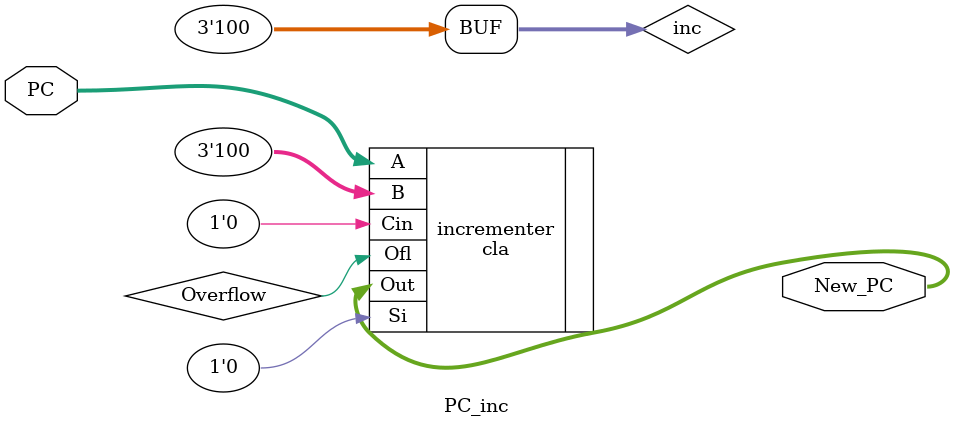
<source format=v>

module PC_inc(PC, New_PC);

// Declare inputs and outputs
	input [15:0] PC;
	output [15:0] New_PC;
	
	
// Declare wires
	wire Overflow;
	wire [2:0] inc;
	
	
// Instantiate required logic
	assign inc = 3'b100;
	
	cla incrementer(.A(PC), .B(inc), .Cin(1'b0), .Si(1'b0), .Out(New_PC), .Ofl(Overflow));
	

endmodule







</source>
